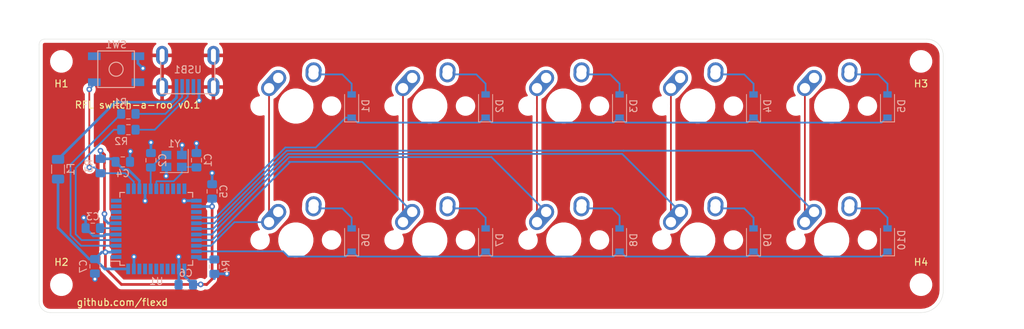
<source format=kicad_pcb>
(kicad_pcb (version 20171130) (host pcbnew 5.1.4-e60b266~84~ubuntu16.04.1)
  (layers (0 F.Cu signal) (31 B.Cu signal) (34 B.Paste user) (35 F.Paste user) (36 B.SilkS user) (37 F.SilkS user) (38 B.Mask user) (39 F.Mask user) (44 Edge.Cuts user))
  (net 0 "")
  (net 1 GND)
  (net 2 "Net-(C1-Pad1)")
  (net 3 "Net-(C2-Pad1)")
  (net 4 VCC)
  (net 5 "Net-(D1-Pad2)")
  (net 6 "Net-(D2-Pad2)")
  (net 7 "Net-(D3-Pad2)")
  (net 8 "Net-(D4-Pad2)")
  (net 9 "Net-(D5-Pad2)")
  (net 10 "Net-(D6-Pad2)")
  (net 11 "Net-(D7-Pad2)")
  (net 12 "Net-(D8-Pad2)")
  (net 13 "Net-(D9-Pad2)")
  (net 14 "Net-(D10-Pad2)")
  (net 15 "Net-(R1-Pad1)")
  (net 16 "Net-(R4-Pad2)")
  (net 17 +5V)
  (net 18 "Net-(C3-Pad1)")
  (net 19 row0)
  (net 20 row1)
  (net 21 col0)
  (net 22 col1)
  (net 23 col2)
  (net 24 col3)
  (net 25 col4)
  (net 26 D-)
  (net 27 D+)
  (net 28 "Net-(R2-Pad1)")
  (net 29 "Net-(R3-Pad2)")
  (net 30 "Net-(U1-Pad42)")
  (net 31 "Net-(U1-Pad41)")
  (net 32 "Net-(U1-Pad40)")
  (net 33 "Net-(U1-Pad39)")
  (net 34 "Net-(U1-Pad38)")
  (net 35 "Net-(U1-Pad37)")
  (net 36 "Net-(U1-Pad36)")
  (net 37 "Net-(U1-Pad25)")
  (net 38 "Net-(U1-Pad22)")
  (net 39 "Net-(U1-Pad21)")
  (net 40 "Net-(U1-Pad20)")
  (net 41 "Net-(U1-Pad19)")
  (net 42 "Net-(U1-Pad18)")
  (net 43 "Net-(U1-Pad12)")
  (net 44 "Net-(U1-Pad11)")
  (net 45 "Net-(U1-Pad10)")
  (net 46 "Net-(U1-Pad9)")
  (net 47 "Net-(U1-Pad8)")
  (net 48 "Net-(U1-Pad1)")
  (net 49 "Net-(USB1-Pad2)")
  (module MountingHole:MountingHole_2.2mm_M2 (layer F.Cu) (at 162.71875 80.16875)
    (fp_text reference H4 (at 0 -3.2) (layer F.SilkS))
    (fp_text value MountingHole)
    (pad 1 np_thru_hole circle (at 0 0) (size 2.2 2.2) (drill 2.2) (layers *.Cu *.Mask))
  )
  (module MountingHole:MountingHole_2.2mm_M2 (layer F.Cu) (at 162.71875 48.41875)
    (fp_text reference H3 (at 0 3.175) (layer F.SilkS))
    (fp_text value MountingHole)
    (pad 1 np_thru_hole circle (at 0 0) (size 2.2 2.2) (drill 2.2) (layers *.Cu *.Mask))
  )
  (module MountingHole:MountingHole_2.2mm_M2 (layer F.Cu) (at 40.48125 80.16875)
    (fp_text reference H2 (at 0 -3.2) (layer F.SilkS))
    (fp_text value MountingHole)
    (pad 1 np_thru_hole circle (at 0 0) (size 2.2 2.2) (drill 2.2) (layers *.Cu *.Mask))
  )
  (module MountingHole:MountingHole_2.2mm_M2 (layer F.Cu) (at 40.48125 48.41875)
    (fp_text reference H1 (at 0 3.175) (layer F.SilkS))
    (fp_text value MountingHole)
    (pad 1 np_thru_hole circle (at 0 0) (size 2.2 2.2) (drill 2.2) (layers *.Cu *.Mask))
  )
  (module Fuse:Fuse_1206_3216Metric (layer B.Cu) (at 40.005 63.751 90)
    (fp_text reference F1 (at 0 1.82 270) (layer B.SilkS) (effects (justify mirror)))
    (fp_text value 500mA)
    (pad 2 smd roundrect (at 1.4 0 90) (size 1.25 1.75) (layers B.Cu B.Paste B.Mask) (roundrect_rratio 0.2) (net 4 VCC))
    (pad 1 smd roundrect (at -1.4 0 90) (size 1.25 1.75) (layers B.Cu B.Paste B.Mask) (roundrect_rratio 0.2) (net 17 +5V))
  )
  (module Crystal:Crystal_SMD_3225-4Pin_3.2x2.5mm (layer B.Cu) (at 56.515 62.57925 180)
    (fp_text reference Y1 (at 0 2.45 180) (layer B.SilkS) (effects (justify mirror)))
    (fp_text value 16Mhz)
    (pad 4 smd rect (at -1.1 0.85 180) (size 1.4 1.2) (layers B.Cu B.Paste B.Mask) (net 1 GND))
    (pad 3 smd rect (at 1.1 0.85 180) (size 1.4 1.2) (layers B.Cu B.Paste B.Mask) (net 3 "Net-(C2-Pad1)"))
    (pad 2 smd rect (at 1.1 -0.85 180) (size 1.4 1.2) (layers B.Cu B.Paste B.Mask) (net 1 GND))
    (pad 1 smd rect (at -1.1 -0.85 180) (size 1.4 1.2) (layers B.Cu B.Paste B.Mask) (net 2 "Net-(C1-Pad1)"))
  )
  (module random-keyboard-parts:Molex-0548190589 (layer B.Cu) (at 58.45175 47.5615 270)
    (fp_text reference USB1 (at 2.032 0) (layer B.SilkS) (effects (justify mirror)))
    (fp_text value Molex-0548190589)
    (pad 6 thru_hole oval (at 0 3.65 270) (size 2.7 1.7) (drill oval 1.9 0.7) (layers *.Cu *.Mask) (net 1 GND))
    (pad 6 thru_hole oval (at 0 -3.65 270) (size 2.7 1.7) (drill oval 1.9 0.7) (layers *.Cu *.Mask) (net 1 GND))
    (pad 6 thru_hole oval (at 4.5 -3.65 270) (size 2.7 1.7) (drill oval 1.9 0.7) (layers *.Cu *.Mask) (net 1 GND))
    (pad 6 thru_hole oval (at 4.5 3.65 270) (size 2.7 1.7) (drill oval 1.9 0.7) (layers *.Cu *.Mask) (net 1 GND))
    (pad 5 smd rect (at 4.5 1.6 270) (size 2.25 0.5) (layers B.Cu B.Paste B.Mask) (net 4 VCC))
    (pad 4 smd rect (at 4.5 0.8 270) (size 2.25 0.5) (layers B.Cu B.Paste B.Mask) (net 26 D-))
    (pad 3 smd rect (at 4.5 0 270) (size 2.25 0.5) (layers B.Cu B.Paste B.Mask) (net 27 D+))
    (pad 2 smd rect (at 4.5 -0.8 270) (size 2.25 0.5) (layers B.Cu B.Paste B.Mask) (net 49 "Net-(USB1-Pad2)"))
    (pad 1 smd rect (at 4.5 -1.6 270) (size 2.25 0.5) (layers B.Cu B.Paste B.Mask) (net 1 GND))
  )
  (module random-keyboard-parts:SKQG-1155865 (layer B.Cu) (at 48.26 49.53)
    (fp_text reference SW1 (at 0 -3.4925 180) (layer B.SilkS) (effects (justify mirror)))
    (fp_text value SW_Push)
    (pad 4 smd rect (at -3.1 -1.85) (size 1.8 1.1) (layers B.Cu B.Paste B.Mask))
    (pad 3 smd rect (at 3.1 1.85) (size 1.8 1.1) (layers B.Cu B.Paste B.Mask))
    (pad 2 smd rect (at -3.1 1.85) (size 1.8 1.1) (layers B.Cu B.Paste B.Mask) (net 29 "Net-(R3-Pad2)"))
    (pad 1 smd rect (at 3.1 -1.85) (size 1.8 1.1) (layers B.Cu B.Paste B.Mask) (net 1 GND))
  )
  (module Resistor_SMD:R_0805_2012Metric_Pad1.15x1.40mm_HandSolder (layer B.Cu) (at 62.23 77.606 90)
    (fp_text reference R4 (at 0 1.65 270) (layer B.SilkS) (effects (justify mirror)))
    (fp_text value 10k)
    (pad 2 smd roundrect (at 1.025 0 90) (size 1.15 1.4) (layers B.Cu B.Paste B.Mask) (roundrect_rratio 0.217391) (net 16 "Net-(R4-Pad2)"))
    (pad 1 smd roundrect (at -1.025 0 90) (size 1.15 1.4) (layers B.Cu B.Paste B.Mask) (roundrect_rratio 0.217391) (net 1 GND))
  )
  (module Resistor_SMD:R_0805_2012Metric_Pad1.15x1.40mm_HandSolder (layer B.Cu) (at 46.0375 63.3005 270)
    (fp_text reference R3 (at 0 1.65 270) (layer B.SilkS) (effects (justify mirror)))
    (fp_text value 10k)
    (pad 2 smd roundrect (at 1.025 0 270) (size 1.15 1.4) (layers B.Cu B.Paste B.Mask) (roundrect_rratio 0.217391) (net 29 "Net-(R3-Pad2)"))
    (pad 1 smd roundrect (at -1.025 0 270) (size 1.15 1.4) (layers B.Cu B.Paste B.Mask) (roundrect_rratio 0.217391) (net 17 +5V))
  )
  (module Resistor_SMD:R_0805_2012Metric_Pad1.15x1.40mm_HandSolder (layer B.Cu) (at 50.007 58.13425)
    (fp_text reference R2 (at -1.016 1.65 180) (layer B.SilkS) (effects (justify mirror)))
    (fp_text value 22)
    (pad 2 smd roundrect (at 1.025 0) (size 1.15 1.4) (layers B.Cu B.Paste B.Mask) (roundrect_rratio 0.217391) (net 27 D+))
    (pad 1 smd roundrect (at -1.025 0) (size 1.15 1.4) (layers B.Cu B.Paste B.Mask) (roundrect_rratio 0.217391) (net 28 "Net-(R2-Pad1)"))
  )
  (module Resistor_SMD:R_0805_2012Metric_Pad1.15x1.40mm_HandSolder (layer B.Cu) (at 50.002 55.88)
    (fp_text reference R1 (at -1.152 -1.651 180) (layer B.SilkS) (effects (justify mirror)))
    (fp_text value 22)
    (pad 2 smd roundrect (at 1.025 0) (size 1.15 1.4) (layers B.Cu B.Paste B.Mask) (roundrect_rratio 0.217391) (net 26 D-))
    (pad 1 smd roundrect (at -1.025 0) (size 1.15 1.4) (layers B.Cu B.Paste B.Mask) (roundrect_rratio 0.217391) (net 15 "Net-(R1-Pad1)"))
  )
  (module MX_Alps_Hybrid:MX-1U-NoLED (layer F.Cu) (at 150.01875 73.81875)
    (fp_text reference K10)
    (fp_text value KEYSW)
    (pad "" np_thru_hole circle (at 5.08 0 48.0996) (size 1.75 1.75) (drill 1.75) (layers *.Cu *.Mask))
    (pad "" np_thru_hole circle (at -5.08 0 48.0996) (size 1.75 1.75) (drill 1.75) (layers *.Cu *.Mask))
    (pad 1 thru_hole circle (at -2.5 -4) (size 2.25 2.25) (drill 1.47) (layers *.Cu B.Mask) (net 25 col4))
    (pad "" np_thru_hole circle (at 0 0) (size 3.9878 3.9878) (drill 3.9878) (layers *.Cu *.Mask))
    (pad 1 thru_hole oval (at -3.81 -2.54 48.0996) (size 4.211556 2.25) (drill 1.47 (offset 0.980778 0)) (layers *.Cu B.Mask) (net 25 col4))
    (pad 2 thru_hole circle (at 2.54 -5.08) (size 2.25 2.25) (drill 1.47) (layers *.Cu B.Mask) (net 14 "Net-(D10-Pad2)"))
    (pad 2 thru_hole oval (at 2.5 -4.5 86.0548) (size 2.831378 2.25) (drill 1.47 (offset 0.290689 0)) (layers *.Cu B.Mask) (net 14 "Net-(D10-Pad2)"))
  )
  (module MX_Alps_Hybrid:MX-1U-NoLED (layer F.Cu) (at 130.96875 73.81875)
    (fp_text reference K9)
    (fp_text value KEYSW)
    (pad "" np_thru_hole circle (at 5.08 0 48.0996) (size 1.75 1.75) (drill 1.75) (layers *.Cu *.Mask))
    (pad "" np_thru_hole circle (at -5.08 0 48.0996) (size 1.75 1.75) (drill 1.75) (layers *.Cu *.Mask))
    (pad 1 thru_hole circle (at -2.5 -4) (size 2.25 2.25) (drill 1.47) (layers *.Cu B.Mask) (net 24 col3))
    (pad "" np_thru_hole circle (at 0 0) (size 3.9878 3.9878) (drill 3.9878) (layers *.Cu *.Mask))
    (pad 1 thru_hole oval (at -3.81 -2.54 48.0996) (size 4.211556 2.25) (drill 1.47 (offset 0.980778 0)) (layers *.Cu B.Mask) (net 24 col3))
    (pad 2 thru_hole circle (at 2.54 -5.08) (size 2.25 2.25) (drill 1.47) (layers *.Cu B.Mask) (net 13 "Net-(D9-Pad2)"))
    (pad 2 thru_hole oval (at 2.5 -4.5 86.0548) (size 2.831378 2.25) (drill 1.47 (offset 0.290689 0)) (layers *.Cu B.Mask) (net 13 "Net-(D9-Pad2)"))
  )
  (module MX_Alps_Hybrid:MX-1U-NoLED (layer F.Cu) (at 111.91875 73.81875)
    (fp_text reference K8)
    (fp_text value KEYSW)
    (pad "" np_thru_hole circle (at 5.08 0 48.0996) (size 1.75 1.75) (drill 1.75) (layers *.Cu *.Mask))
    (pad "" np_thru_hole circle (at -5.08 0 48.0996) (size 1.75 1.75) (drill 1.75) (layers *.Cu *.Mask))
    (pad 1 thru_hole circle (at -2.5 -4) (size 2.25 2.25) (drill 1.47) (layers *.Cu B.Mask) (net 23 col2))
    (pad "" np_thru_hole circle (at 0 0) (size 3.9878 3.9878) (drill 3.9878) (layers *.Cu *.Mask))
    (pad 1 thru_hole oval (at -3.81 -2.54 48.0996) (size 4.211556 2.25) (drill 1.47 (offset 0.980778 0)) (layers *.Cu B.Mask) (net 23 col2))
    (pad 2 thru_hole circle (at 2.54 -5.08) (size 2.25 2.25) (drill 1.47) (layers *.Cu B.Mask) (net 12 "Net-(D8-Pad2)"))
    (pad 2 thru_hole oval (at 2.5 -4.5 86.0548) (size 2.831378 2.25) (drill 1.47 (offset 0.290689 0)) (layers *.Cu B.Mask) (net 12 "Net-(D8-Pad2)"))
  )
  (module MX_Alps_Hybrid:MX-1U-NoLED (layer F.Cu) (at 92.86875 73.81875)
    (fp_text reference K7)
    (fp_text value KEYSW)
    (pad "" np_thru_hole circle (at 5.08 0 48.0996) (size 1.75 1.75) (drill 1.75) (layers *.Cu *.Mask))
    (pad "" np_thru_hole circle (at -5.08 0 48.0996) (size 1.75 1.75) (drill 1.75) (layers *.Cu *.Mask))
    (pad 1 thru_hole circle (at -2.5 -4) (size 2.25 2.25) (drill 1.47) (layers *.Cu B.Mask) (net 22 col1))
    (pad "" np_thru_hole circle (at 0 0) (size 3.9878 3.9878) (drill 3.9878) (layers *.Cu *.Mask))
    (pad 1 thru_hole oval (at -3.81 -2.54 48.0996) (size 4.211556 2.25) (drill 1.47 (offset 0.980778 0)) (layers *.Cu B.Mask) (net 22 col1))
    (pad 2 thru_hole circle (at 2.54 -5.08) (size 2.25 2.25) (drill 1.47) (layers *.Cu B.Mask) (net 11 "Net-(D7-Pad2)"))
    (pad 2 thru_hole oval (at 2.5 -4.5 86.0548) (size 2.831378 2.25) (drill 1.47 (offset 0.290689 0)) (layers *.Cu B.Mask) (net 11 "Net-(D7-Pad2)"))
  )
  (module MX_Alps_Hybrid:MX-1U-NoLED (layer F.Cu) (at 73.81875 73.81875)
    (fp_text reference K6)
    (fp_text value KEYSW)
    (pad "" np_thru_hole circle (at 5.08 0 48.0996) (size 1.75 1.75) (drill 1.75) (layers *.Cu *.Mask))
    (pad "" np_thru_hole circle (at -5.08 0 48.0996) (size 1.75 1.75) (drill 1.75) (layers *.Cu *.Mask))
    (pad 1 thru_hole circle (at -2.5 -4) (size 2.25 2.25) (drill 1.47) (layers *.Cu B.Mask) (net 21 col0))
    (pad "" np_thru_hole circle (at 0 0) (size 3.9878 3.9878) (drill 3.9878) (layers *.Cu *.Mask))
    (pad 1 thru_hole oval (at -3.81 -2.54 48.0996) (size 4.211556 2.25) (drill 1.47 (offset 0.980778 0)) (layers *.Cu B.Mask) (net 21 col0))
    (pad 2 thru_hole circle (at 2.54 -5.08) (size 2.25 2.25) (drill 1.47) (layers *.Cu B.Mask) (net 10 "Net-(D6-Pad2)"))
    (pad 2 thru_hole oval (at 2.5 -4.5 86.0548) (size 2.831378 2.25) (drill 1.47 (offset 0.290689 0)) (layers *.Cu B.Mask) (net 10 "Net-(D6-Pad2)"))
  )
  (module MX_Alps_Hybrid:MX-1U-NoLED (layer F.Cu) (at 150.01875 54.76875)
    (fp_text reference K5)
    (fp_text value KEYSW)
    (pad "" np_thru_hole circle (at 5.08 0 48.0996) (size 1.75 1.75) (drill 1.75) (layers *.Cu *.Mask))
    (pad "" np_thru_hole circle (at -5.08 0 48.0996) (size 1.75 1.75) (drill 1.75) (layers *.Cu *.Mask))
    (pad 1 thru_hole circle (at -2.5 -4) (size 2.25 2.25) (drill 1.47) (layers *.Cu B.Mask) (net 25 col4))
    (pad "" np_thru_hole circle (at 0 0) (size 3.9878 3.9878) (drill 3.9878) (layers *.Cu *.Mask))
    (pad 1 thru_hole oval (at -3.81 -2.54 48.0996) (size 4.211556 2.25) (drill 1.47 (offset 0.980778 0)) (layers *.Cu B.Mask) (net 25 col4))
    (pad 2 thru_hole circle (at 2.54 -5.08) (size 2.25 2.25) (drill 1.47) (layers *.Cu B.Mask) (net 9 "Net-(D5-Pad2)"))
    (pad 2 thru_hole oval (at 2.5 -4.5 86.0548) (size 2.831378 2.25) (drill 1.47 (offset 0.290689 0)) (layers *.Cu B.Mask) (net 9 "Net-(D5-Pad2)"))
  )
  (module MX_Alps_Hybrid:MX-1U-NoLED (layer F.Cu) (at 130.96875 54.76875)
    (fp_text reference K4)
    (fp_text value KEYSW)
    (pad "" np_thru_hole circle (at 5.08 0 48.0996) (size 1.75 1.75) (drill 1.75) (layers *.Cu *.Mask))
    (pad "" np_thru_hole circle (at -5.08 0 48.0996) (size 1.75 1.75) (drill 1.75) (layers *.Cu *.Mask))
    (pad 1 thru_hole circle (at -2.5 -4) (size 2.25 2.25) (drill 1.47) (layers *.Cu B.Mask) (net 24 col3))
    (pad "" np_thru_hole circle (at 0 0) (size 3.9878 3.9878) (drill 3.9878) (layers *.Cu *.Mask))
    (pad 1 thru_hole oval (at -3.81 -2.54 48.0996) (size 4.211556 2.25) (drill 1.47 (offset 0.980778 0)) (layers *.Cu B.Mask) (net 24 col3))
    (pad 2 thru_hole circle (at 2.54 -5.08) (size 2.25 2.25) (drill 1.47) (layers *.Cu B.Mask) (net 8 "Net-(D4-Pad2)"))
    (pad 2 thru_hole oval (at 2.5 -4.5 86.0548) (size 2.831378 2.25) (drill 1.47 (offset 0.290689 0)) (layers *.Cu B.Mask) (net 8 "Net-(D4-Pad2)"))
  )
  (module MX_Alps_Hybrid:MX-1U-NoLED (layer F.Cu) (at 111.91875 54.76875)
    (fp_text reference K3)
    (fp_text value KEYSW)
    (pad "" np_thru_hole circle (at 5.08 0 48.0996) (size 1.75 1.75) (drill 1.75) (layers *.Cu *.Mask))
    (pad "" np_thru_hole circle (at -5.08 0 48.0996) (size 1.75 1.75) (drill 1.75) (layers *.Cu *.Mask))
    (pad 1 thru_hole circle (at -2.5 -4) (size 2.25 2.25) (drill 1.47) (layers *.Cu B.Mask) (net 23 col2))
    (pad "" np_thru_hole circle (at 0 0) (size 3.9878 3.9878) (drill 3.9878) (layers *.Cu *.Mask))
    (pad 1 thru_hole oval (at -3.81 -2.54 48.0996) (size 4.211556 2.25) (drill 1.47 (offset 0.980778 0)) (layers *.Cu B.Mask) (net 23 col2))
    (pad 2 thru_hole circle (at 2.54 -5.08) (size 2.25 2.25) (drill 1.47) (layers *.Cu B.Mask) (net 7 "Net-(D3-Pad2)"))
    (pad 2 thru_hole oval (at 2.5 -4.5 86.0548) (size 2.831378 2.25) (drill 1.47 (offset 0.290689 0)) (layers *.Cu B.Mask) (net 7 "Net-(D3-Pad2)"))
  )
  (module MX_Alps_Hybrid:MX-1U-NoLED (layer F.Cu) (at 92.86875 54.76875)
    (fp_text reference K2)
    (fp_text value KEYSW)
    (pad "" np_thru_hole circle (at 5.08 0 48.0996) (size 1.75 1.75) (drill 1.75) (layers *.Cu *.Mask))
    (pad "" np_thru_hole circle (at -5.08 0 48.0996) (size 1.75 1.75) (drill 1.75) (layers *.Cu *.Mask))
    (pad 1 thru_hole circle (at -2.5 -4) (size 2.25 2.25) (drill 1.47) (layers *.Cu B.Mask) (net 22 col1))
    (pad "" np_thru_hole circle (at 0 0) (size 3.9878 3.9878) (drill 3.9878) (layers *.Cu *.Mask))
    (pad 1 thru_hole oval (at -3.81 -2.54 48.0996) (size 4.211556 2.25) (drill 1.47 (offset 0.980778 0)) (layers *.Cu B.Mask) (net 22 col1))
    (pad 2 thru_hole circle (at 2.54 -5.08) (size 2.25 2.25) (drill 1.47) (layers *.Cu B.Mask) (net 6 "Net-(D2-Pad2)"))
    (pad 2 thru_hole oval (at 2.5 -4.5 86.0548) (size 2.831378 2.25) (drill 1.47 (offset 0.290689 0)) (layers *.Cu B.Mask) (net 6 "Net-(D2-Pad2)"))
  )
  (module MX_Alps_Hybrid:MX-1U-NoLED (layer F.Cu) (at 73.81875 54.76875)
    (fp_text reference K1)
    (fp_text value KEYSW)
    (pad "" np_thru_hole circle (at 5.08 0 48.0996) (size 1.75 1.75) (drill 1.75) (layers *.Cu *.Mask))
    (pad "" np_thru_hole circle (at -5.08 0 48.0996) (size 1.75 1.75) (drill 1.75) (layers *.Cu *.Mask))
    (pad 1 thru_hole circle (at -2.5 -4) (size 2.25 2.25) (drill 1.47) (layers *.Cu B.Mask) (net 21 col0))
    (pad "" np_thru_hole circle (at 0 0) (size 3.9878 3.9878) (drill 3.9878) (layers *.Cu *.Mask))
    (pad 1 thru_hole oval (at -3.81 -2.54 48.0996) (size 4.211556 2.25) (drill 1.47 (offset 0.980778 0)) (layers *.Cu B.Mask) (net 21 col0))
    (pad 2 thru_hole circle (at 2.54 -5.08) (size 2.25 2.25) (drill 1.47) (layers *.Cu B.Mask) (net 5 "Net-(D1-Pad2)"))
    (pad 2 thru_hole oval (at 2.5 -4.5 86.0548) (size 2.831378 2.25) (drill 1.47 (offset 0.290689 0)) (layers *.Cu B.Mask) (net 5 "Net-(D1-Pad2)"))
  )
  (module Diode_SMD:D_SOD-123 (layer B.Cu) (at 157.95625 73.81875 90)
    (fp_text reference D10 (at 0 2 90) (layer B.SilkS) (effects (justify mirror)))
    (fp_text value D)
    (pad 2 smd rect (at 1.65 0 90) (size 0.9 1.2) (layers B.Cu B.Paste B.Mask) (net 14 "Net-(D10-Pad2)"))
    (pad 1 smd rect (at -1.65 0 90) (size 0.9 1.2) (layers B.Cu B.Paste B.Mask) (net 20 row1))
  )
  (module Diode_SMD:D_SOD-123 (layer B.Cu) (at 138.90625 73.81875 90)
    (fp_text reference D9 (at 0 2 90) (layer B.SilkS) (effects (justify mirror)))
    (fp_text value D)
    (pad 2 smd rect (at 1.65 0 90) (size 0.9 1.2) (layers B.Cu B.Paste B.Mask) (net 13 "Net-(D9-Pad2)"))
    (pad 1 smd rect (at -1.65 0 90) (size 0.9 1.2) (layers B.Cu B.Paste B.Mask) (net 20 row1))
  )
  (module Diode_SMD:D_SOD-123 (layer B.Cu) (at 119.85625 73.81875 90)
    (fp_text reference D8 (at 0 2 90) (layer B.SilkS) (effects (justify mirror)))
    (fp_text value D)
    (pad 2 smd rect (at 1.65 0 90) (size 0.9 1.2) (layers B.Cu B.Paste B.Mask) (net 12 "Net-(D8-Pad2)"))
    (pad 1 smd rect (at -1.65 0 90) (size 0.9 1.2) (layers B.Cu B.Paste B.Mask) (net 20 row1))
  )
  (module Diode_SMD:D_SOD-123 (layer B.Cu) (at 100.80625 73.81875 90)
    (fp_text reference D7 (at 0 2 90) (layer B.SilkS) (effects (justify mirror)))
    (fp_text value D)
    (pad 2 smd rect (at 1.65 0 90) (size 0.9 1.2) (layers B.Cu B.Paste B.Mask) (net 11 "Net-(D7-Pad2)"))
    (pad 1 smd rect (at -1.65 0 90) (size 0.9 1.2) (layers B.Cu B.Paste B.Mask) (net 20 row1))
  )
  (module Diode_SMD:D_SOD-123 (layer B.Cu) (at 81.75625 73.81875 90)
    (fp_text reference D6 (at 0 2 90) (layer B.SilkS) (effects (justify mirror)))
    (fp_text value D)
    (pad 2 smd rect (at 1.65 0 90) (size 0.9 1.2) (layers B.Cu B.Paste B.Mask) (net 10 "Net-(D6-Pad2)"))
    (pad 1 smd rect (at -1.65 0 90) (size 0.9 1.2) (layers B.Cu B.Paste B.Mask) (net 20 row1))
  )
  (module Diode_SMD:D_SOD-123 (layer B.Cu) (at 157.95625 54.76875 90)
    (fp_text reference D5 (at 0 2 90) (layer B.SilkS) (effects (justify mirror)))
    (fp_text value D)
    (pad 2 smd rect (at 1.65 0 90) (size 0.9 1.2) (layers B.Cu B.Paste B.Mask) (net 9 "Net-(D5-Pad2)"))
    (pad 1 smd rect (at -1.65 0 90) (size 0.9 1.2) (layers B.Cu B.Paste B.Mask) (net 19 row0))
  )
  (module Diode_SMD:D_SOD-123 (layer B.Cu) (at 138.90625 54.76875 90)
    (fp_text reference D4 (at 0 2 90) (layer B.SilkS) (effects (justify mirror)))
    (fp_text value D)
    (pad 2 smd rect (at 1.65 0 90) (size 0.9 1.2) (layers B.Cu B.Paste B.Mask) (net 8 "Net-(D4-Pad2)"))
    (pad 1 smd rect (at -1.65 0 90) (size 0.9 1.2) (layers B.Cu B.Paste B.Mask) (net 19 row0))
  )
  (module Diode_SMD:D_SOD-123 (layer B.Cu) (at 119.85625 54.76875 90)
    (fp_text reference D3 (at 0 2 90) (layer B.SilkS) (effects (justify mirror)))
    (fp_text value D)
    (pad 2 smd rect (at 1.65 0 90) (size 0.9 1.2) (layers B.Cu B.Paste B.Mask) (net 7 "Net-(D3-Pad2)"))
    (pad 1 smd rect (at -1.65 0 90) (size 0.9 1.2) (layers B.Cu B.Paste B.Mask) (net 19 row0))
  )
  (module Diode_SMD:D_SOD-123 (layer B.Cu) (at 100.80625 54.76875 90)
    (fp_text reference D2 (at 0 2 90) (layer B.SilkS) (effects (justify mirror)))
    (fp_text value D)
    (pad 2 smd rect (at 1.65 0 90) (size 0.9 1.2) (layers B.Cu B.Paste B.Mask) (net 6 "Net-(D2-Pad2)"))
    (pad 1 smd rect (at -1.65 0 90) (size 0.9 1.2) (layers B.Cu B.Paste B.Mask) (net 19 row0))
  )
  (module Diode_SMD:D_SOD-123 (layer B.Cu) (at 81.75625 54.76875 90)
    (fp_text reference D1 (at 0 2 90) (layer B.SilkS) (effects (justify mirror)))
    (fp_text value D)
    (pad 2 smd rect (at 1.65 0 90) (size 0.9 1.2) (layers B.Cu B.Paste B.Mask) (net 5 "Net-(D1-Pad2)"))
    (pad 1 smd rect (at -1.65 0 90) (size 0.9 1.2) (layers B.Cu B.Paste B.Mask) (net 19 row0))
  )
  (module Capacitor_SMD:C_0805_2012Metric_Pad1.15x1.40mm_HandSolder (layer B.Cu) (at 45.24375 77.55625 270)
    (fp_text reference C7 (at 0 1.65 90) (layer B.SilkS) (effects (justify mirror)))
    (fp_text value 10uF)
    (pad 2 smd roundrect (at 1.025 0 270) (size 1.15 1.4) (layers B.Cu B.Paste B.Mask) (roundrect_rratio 0.217391) (net 1 GND))
    (pad 1 smd roundrect (at -1.025 0 270) (size 1.15 1.4) (layers B.Cu B.Paste B.Mask) (roundrect_rratio 0.217391) (net 17 +5V))
  )
  (module Capacitor_SMD:C_0805_2012Metric_Pad1.15x1.40mm_HandSolder (layer B.Cu) (at 58.175 80.16875 180)
    (fp_text reference C6 (at 0 1.65) (layer B.SilkS) (effects (justify mirror)))
    (fp_text value 0.1uF)
    (pad 2 smd roundrect (at 1.025 0 180) (size 1.15 1.4) (layers B.Cu B.Paste B.Mask) (roundrect_rratio 0.217391) (net 1 GND))
    (pad 1 smd roundrect (at -1.025 0 180) (size 1.15 1.4) (layers B.Cu B.Paste B.Mask) (roundrect_rratio 0.217391) (net 17 +5V))
  )
  (module Capacitor_SMD:C_0805_2012Metric_Pad1.15x1.40mm_HandSolder (layer B.Cu) (at 61.9125 66.90625 90)
    (fp_text reference C5 (at 0 1.65 270) (layer B.SilkS) (effects (justify mirror)))
    (fp_text value 0.1uF)
    (pad 2 smd roundrect (at 1.025 0 90) (size 1.15 1.4) (layers B.Cu B.Paste B.Mask) (roundrect_rratio 0.217391) (net 1 GND))
    (pad 1 smd roundrect (at -1.025 0 90) (size 1.15 1.4) (layers B.Cu B.Paste B.Mask) (roundrect_rratio 0.217391) (net 17 +5V))
  )
  (module Capacitor_SMD:C_0805_2012Metric_Pad1.15x1.40mm_HandSolder (layer B.Cu) (at 49.2125 62.70625)
    (fp_text reference C4 (at 0 1.65 180) (layer B.SilkS) (effects (justify mirror)))
    (fp_text value 0.1uF)
    (pad 2 smd roundrect (at 1.025 0) (size 1.15 1.4) (layers B.Cu B.Paste B.Mask) (roundrect_rratio 0.217391) (net 1 GND))
    (pad 1 smd roundrect (at -1.025 0) (size 1.15 1.4) (layers B.Cu B.Paste B.Mask) (roundrect_rratio 0.217391) (net 17 +5V))
  )
  (module Capacitor_SMD:C_0805_2012Metric_Pad1.15x1.40mm_HandSolder (layer B.Cu) (at 44.949 72.136 180)
    (fp_text reference C3 (at 0 1.65) (layer B.SilkS) (effects (justify mirror)))
    (fp_text value 1uF)
    (pad 2 smd roundrect (at 1.025 0 180) (size 1.15 1.4) (layers B.Cu B.Paste B.Mask) (roundrect_rratio 0.217391) (net 1 GND))
    (pad 1 smd roundrect (at -1.025 0 180) (size 1.15 1.4) (layers B.Cu B.Paste B.Mask) (roundrect_rratio 0.217391) (net 18 "Net-(C3-Pad1)"))
  )
  (module Capacitor_SMD:C_0805_2012Metric_Pad1.15x1.40mm_HandSolder (layer B.Cu) (at 53.213 62.475 90)
    (fp_text reference C2 (at 0 1.65 270) (layer B.SilkS) (effects (justify mirror)))
    (fp_text value 22uF)
    (pad 2 smd roundrect (at 1.025 0 90) (size 1.15 1.4) (layers B.Cu B.Paste B.Mask) (roundrect_rratio 0.217391) (net 1 GND))
    (pad 1 smd roundrect (at -1.025 0 90) (size 1.15 1.4) (layers B.Cu B.Paste B.Mask) (roundrect_rratio 0.217391) (net 3 "Net-(C2-Pad1)"))
  )
  (module Capacitor_SMD:C_0805_2012Metric_Pad1.15x1.40mm_HandSolder (layer B.Cu) (at 59.69 62.475 90)
    (fp_text reference C1 (at 0 1.65 270) (layer B.SilkS) (effects (justify mirror)))
    (fp_text value 22uF)
    (pad 2 smd roundrect (at 1.025 0 90) (size 1.15 1.4) (layers B.Cu B.Paste B.Mask) (roundrect_rratio 0.217391) (net 1 GND))
    (pad 1 smd roundrect (at -1.025 0 90) (size 1.15 1.4) (layers B.Cu B.Paste B.Mask) (roundrect_rratio 0.217391) (net 2 "Net-(C1-Pad1)"))
  )
  (module Package_QFP:TQFP-44_10x10mm_P0.8mm (layer B.Cu) (at 53.975 72.23125)
    (fp_text reference U1 (at 0 7.45) (layer B.SilkS) (effects (justify mirror)))
    (fp_text value ATMEGA32U4)
    (pad 44 smd rect (at -4 5.7 270) (size 1.5 0.55) (layers B.Cu B.Paste B.Mask) (net 17 +5V))
    (pad 43 smd rect (at -3.2 5.7 270) (size 1.5 0.55) (layers B.Cu B.Paste B.Mask) (net 1 GND))
    (pad 42 smd rect (at -2.4 5.7 270) (size 1.5 0.55) (layers B.Cu B.Paste B.Mask) (net 30 "Net-(U1-Pad42)"))
    (pad 41 smd rect (at -1.6 5.7 270) (size 1.5 0.55) (layers B.Cu B.Paste B.Mask) (net 31 "Net-(U1-Pad41)"))
    (pad 40 smd rect (at -0.8 5.7 270) (size 1.5 0.55) (layers B.Cu B.Paste B.Mask) (net 32 "Net-(U1-Pad40)"))
    (pad 39 smd rect (at 0 5.7 270) (size 1.5 0.55) (layers B.Cu B.Paste B.Mask) (net 33 "Net-(U1-Pad39)"))
    (pad 38 smd rect (at 0.8 5.7 270) (size 1.5 0.55) (layers B.Cu B.Paste B.Mask) (net 34 "Net-(U1-Pad38)"))
    (pad 37 smd rect (at 1.6 5.7 270) (size 1.5 0.55) (layers B.Cu B.Paste B.Mask) (net 35 "Net-(U1-Pad37)"))
    (pad 36 smd rect (at 2.4 5.7 270) (size 1.5 0.55) (layers B.Cu B.Paste B.Mask) (net 36 "Net-(U1-Pad36)"))
    (pad 35 smd rect (at 3.2 5.7 270) (size 1.5 0.55) (layers B.Cu B.Paste B.Mask) (net 1 GND))
    (pad 34 smd rect (at 4 5.7 270) (size 1.5 0.55) (layers B.Cu B.Paste B.Mask) (net 17 +5V))
    (pad 33 smd rect (at 5.7 4) (size 1.5 0.55) (layers B.Cu B.Paste B.Mask) (net 16 "Net-(R4-Pad2)"))
    (pad 32 smd rect (at 5.7 3.2) (size 1.5 0.55) (layers B.Cu B.Paste B.Mask) (net 20 row1))
    (pad 31 smd rect (at 5.7 2.4) (size 1.5 0.55) (layers B.Cu B.Paste B.Mask) (net 21 col0))
    (pad 30 smd rect (at 5.7 1.6) (size 1.5 0.55) (layers B.Cu B.Paste B.Mask) (net 22 col1))
    (pad 29 smd rect (at 5.7 0.8) (size 1.5 0.55) (layers B.Cu B.Paste B.Mask) (net 23 col2))
    (pad 28 smd rect (at 5.7 0) (size 1.5 0.55) (layers B.Cu B.Paste B.Mask) (net 24 col3))
    (pad 27 smd rect (at 5.7 -0.8) (size 1.5 0.55) (layers B.Cu B.Paste B.Mask) (net 25 col4))
    (pad 26 smd rect (at 5.7 -1.6) (size 1.5 0.55) (layers B.Cu B.Paste B.Mask) (net 19 row0))
    (pad 25 smd rect (at 5.7 -2.4) (size 1.5 0.55) (layers B.Cu B.Paste B.Mask) (net 37 "Net-(U1-Pad25)"))
    (pad 24 smd rect (at 5.7 -3.2) (size 1.5 0.55) (layers B.Cu B.Paste B.Mask) (net 17 +5V))
    (pad 23 smd rect (at 5.7 -4) (size 1.5 0.55) (layers B.Cu B.Paste B.Mask) (net 1 GND))
    (pad 22 smd rect (at 4 -5.7 270) (size 1.5 0.55) (layers B.Cu B.Paste B.Mask) (net 38 "Net-(U1-Pad22)"))
    (pad 21 smd rect (at 3.2 -5.7 270) (size 1.5 0.55) (layers B.Cu B.Paste B.Mask) (net 39 "Net-(U1-Pad21)"))
    (pad 20 smd rect (at 2.4 -5.7 270) (size 1.5 0.55) (layers B.Cu B.Paste B.Mask) (net 40 "Net-(U1-Pad20)"))
    (pad 19 smd rect (at 1.6 -5.7 270) (size 1.5 0.55) (layers B.Cu B.Paste B.Mask) (net 41 "Net-(U1-Pad19)"))
    (pad 18 smd rect (at 0.8 -5.7 270) (size 1.5 0.55) (layers B.Cu B.Paste B.Mask) (net 42 "Net-(U1-Pad18)"))
    (pad 17 smd rect (at 0 -5.7 270) (size 1.5 0.55) (layers B.Cu B.Paste B.Mask) (net 2 "Net-(C1-Pad1)"))
    (pad 16 smd rect (at -0.8 -5.7 270) (size 1.5 0.55) (layers B.Cu B.Paste B.Mask) (net 3 "Net-(C2-Pad1)"))
    (pad 15 smd rect (at -1.6 -5.7 270) (size 1.5 0.55) (layers B.Cu B.Paste B.Mask) (net 1 GND))
    (pad 14 smd rect (at -2.4 -5.7 270) (size 1.5 0.55) (layers B.Cu B.Paste B.Mask) (net 17 +5V))
    (pad 13 smd rect (at -3.2 -5.7 270) (size 1.5 0.55) (layers B.Cu B.Paste B.Mask) (net 29 "Net-(R3-Pad2)"))
    (pad 12 smd rect (at -4 -5.7 270) (size 1.5 0.55) (layers B.Cu B.Paste B.Mask) (net 43 "Net-(U1-Pad12)"))
    (pad 11 smd rect (at -5.7 -4) (size 1.5 0.55) (layers B.Cu B.Paste B.Mask) (net 44 "Net-(U1-Pad11)"))
    (pad 10 smd rect (at -5.7 -3.2) (size 1.5 0.55) (layers B.Cu B.Paste B.Mask) (net 45 "Net-(U1-Pad10)"))
    (pad 9 smd rect (at -5.7 -2.4) (size 1.5 0.55) (layers B.Cu B.Paste B.Mask) (net 46 "Net-(U1-Pad9)"))
    (pad 8 smd rect (at -5.7 -1.6) (size 1.5 0.55) (layers B.Cu B.Paste B.Mask) (net 47 "Net-(U1-Pad8)"))
    (pad 7 smd rect (at -5.7 -0.8) (size 1.5 0.55) (layers B.Cu B.Paste B.Mask) (net 17 +5V))
    (pad 6 smd rect (at -5.7 0) (size 1.5 0.55) (layers B.Cu B.Paste B.Mask) (net 18 "Net-(C3-Pad1)"))
    (pad 5 smd rect (at -5.7 0.8) (size 1.5 0.55) (layers B.Cu B.Paste B.Mask) (net 1 GND))
    (pad 4 smd rect (at -5.7 1.6) (size 1.5 0.55) (layers B.Cu B.Paste B.Mask) (net 28 "Net-(R2-Pad1)"))
    (pad 3 smd rect (at -5.7 2.4) (size 1.5 0.55) (layers B.Cu B.Paste B.Mask) (net 15 "Net-(R1-Pad1)"))
    (pad 2 smd rect (at -5.7 3.2) (size 1.5 0.55) (layers B.Cu B.Paste B.Mask) (net 17 +5V))
    (pad 1 smd rect (at -5.7 4) (size 1.5 0.55) (layers B.Cu B.Paste B.Mask) (net 48 "Net-(U1-Pad1)"))
  )
  (gr_text github.com/flexd (at 49.149 82.677) (layer F.SilkS) (effects (font (size 1 1))))
  (gr_text "RFL switch-a-roo v0.1" (at 51.308 54.61) (layer F.SilkS) (effects (font (size 1 1))))
  (gr_arc (start 38.89375 82.55) (end 37.30625 82.55) (angle -90) (layer Edge.Cuts) (width 0.05))
  (gr_arc (start 162.71875 80.9625) (end 162.71875 84.1375) (angle -90) (layer Edge.Cuts) (width 0.05))
  (gr_arc (start 163.5125 47.625) (end 165.89375 47.625) (angle -90) (layer Edge.Cuts) (width 0.05))
  (gr_arc (start 38.1 46.0375) (end 38.1 45.24375) (angle -90) (layer Edge.Cuts) (width 0.05))
  (gr_line (start 38.1 45.24375) (end 163.5125 45.24375) (layer Edge.Cuts) (width 0.05))
  (gr_line (start 37.30625 82.55) (end 37.30625 46.0375) (layer Edge.Cuts) (width 0.05))
  (gr_line (start 162.71875 84.1375) (end 38.89375 84.1375) (layer Edge.Cuts) (width 0.05))
  (gr_line (start 165.89375 47.625) (end 165.89375 80.9625) (layer Edge.Cuts) (width 0.05))
  (segment (start 57.515 61.72925) (end 57.615 61.72925) (width 0.381) (layer B.Cu) (net 1))
  (segment (start 55.717902 63.42925) (end 55.415 63.42925) (width 0.381) (layer B.Cu) (net 1))
  (segment (start 57.615 61.72925) (end 57.417902 61.72925) (width 0.381) (layer B.Cu) (net 1))
  (segment (start 59.675 68.23125) (end 59.675 68.11875) (width 0.381) (layer B.Cu) (net 1))
  (via (at 45.24375 79.375) (size 0.8) (drill 0.4) (layers F.Cu B.Cu) (net 1))
  (segment (start 45.24375 78.58125) (end 45.24375 79.375) (width 0.381) (layer B.Cu) (net 1))
  (via (at 43.65625 70.64375) (size 0.8) (drill 0.4) (layers F.Cu B.Cu) (net 1))
  (segment (start 43.924 70.9115) (end 43.65625 70.64375) (width 0.381) (layer B.Cu) (net 1))
  (segment (start 43.924 72.136) (end 43.924 70.9115) (width 0.381) (layer B.Cu) (net 1))
  (segment (start 57.89425 61.45) (end 57.615 61.72925) (width 0.381) (layer B.Cu) (net 1))
  (segment (start 62.23 78.631) (end 62.23 79.306) (width 0.381) (layer B.Cu) (net 1))
  (segment (start 44.547372 72.759372) (end 43.924 72.136) (width 0.381) (layer B.Cu) (net 1))
  (segment (start 45.01451 73.22651) (end 44.547372 72.759372) (width 0.381) (layer B.Cu) (net 1))
  (segment (start 46.56431 73.22651) (end 45.01451 73.22651) (width 0.381) (layer B.Cu) (net 1))
  (segment (start 46.75957 73.03125) (end 46.56431 73.22651) (width 0.381) (layer B.Cu) (net 1))
  (segment (start 48.275 73.03125) (end 46.75957 73.03125) (width 0.381) (layer B.Cu) (net 1))
  (segment (start 52.375 68.25) (end 52.3875 68.2625) (width 0.381) (layer B.Cu) (net 1))
  (via (at 52.3875 68.2625) (size 0.8) (drill 0.4) (layers F.Cu B.Cu) (net 1))
  (segment (start 52.375 66.53125) (end 52.375 68.25) (width 0.381) (layer B.Cu) (net 1))
  (segment (start 57.312098 61.72925) (end 57.615 61.72925) (width 0.381) (layer B.Cu) (net 1))
  (segment (start 55.415 63.42925) (end 55.612098 63.42925) (width 0.381) (layer B.Cu) (net 1))
  (segment (start 51.36 47.68) (end 51.36 48.185) (width 0.381) (layer B.Cu) (net 1))
  (segment (start 57.175 80.14375) (end 57.15 80.16875) (width 0.381) (layer B.Cu) (net 1))
  (segment (start 57.175 77.93125) (end 57.175 80.14375) (width 0.381) (layer B.Cu) (net 1))
  (via (at 50.8 76.2) (size 0.8) (drill 0.4) (layers F.Cu B.Cu) (net 1))
  (via (at 57.94375 68.2625) (size 0.8) (drill 0.4) (layers F.Cu B.Cu) (net 1))
  (segment (start 57.975 68.23125) (end 57.94375 68.2625) (width 0.381) (layer B.Cu) (net 1))
  (segment (start 59.675 68.23125) (end 57.975 68.23125) (width 0.381) (layer B.Cu) (net 1))
  (via (at 61.9125 64.29375) (size 0.8) (drill 0.4) (layers F.Cu B.Cu) (net 1))
  (segment (start 61.9125 65.88125) (end 61.9125 64.29375) (width 0.381) (layer B.Cu) (net 1))
  (via (at 60.071 53.975) (size 0.8) (drill 0.4) (layers F.Cu B.Cu) (net 1))
  (segment (start 54.23025 48.133) (end 54.80175 47.5615) (width 0.381) (layer B.Cu) (net 1))
  (via (at 53.213 59.944) (size 0.8) (drill 0.4) (layers F.Cu B.Cu) (net 1))
  (segment (start 53.213 61.45) (end 53.213 59.944) (width 0.381) (layer B.Cu) (net 1))
  (via (at 50.292 61.214) (size 0.8) (drill 0.4) (layers F.Cu B.Cu) (net 1))
  (segment (start 50.2375 61.2685) (end 50.292 61.214) (width 0.381) (layer B.Cu) (net 1))
  (segment (start 50.2375 62.70625) (end 50.2375 61.2685) (width 0.381) (layer B.Cu) (net 1))
  (via (at 57.658 60.325) (size 0.8) (drill 0.4) (layers F.Cu B.Cu) (net 1))
  (segment (start 57.615 60.368) (end 57.658 60.325) (width 0.381) (layer B.Cu) (net 1))
  (segment (start 57.615 61.72925) (end 57.615 60.368) (width 0.381) (layer B.Cu) (net 1))
  (via (at 59.69 60.071) (size 0.8) (drill 0.4) (layers F.Cu B.Cu) (net 1))
  (segment (start 59.69 61.45) (end 59.69 60.071) (width 0.381) (layer B.Cu) (net 1))
  (via (at 55.372 64.727249) (size 0.8) (drill 0.4) (layers F.Cu B.Cu) (net 1))
  (segment (start 55.415 64.684249) (end 55.372 64.727249) (width 0.381) (layer B.Cu) (net 1))
  (segment (start 55.415 63.42925) (end 55.415 64.684249) (width 0.381) (layer B.Cu) (net 1))
  (segment (start 50.8 77.90625) (end 50.775 77.93125) (width 0.381) (layer B.Cu) (net 1))
  (segment (start 50.8 76.2) (end 50.8 77.90625) (width 0.381) (layer B.Cu) (net 1))
  (via (at 57.15 76.2) (size 0.8) (drill 0.4) (layers F.Cu B.Cu) (net 1))
  (segment (start 57.175 76.225) (end 57.15 76.2) (width 0.381) (layer B.Cu) (net 1))
  (segment (start 57.175 77.93125) (end 57.175 76.225) (width 0.381) (layer B.Cu) (net 1))
  (via (at 64.008 78.613) (size 0.8) (drill 0.4) (layers F.Cu B.Cu) (net 1))
  (segment (start 63.99 78.631) (end 64.008 78.613) (width 0.381) (layer B.Cu) (net 1))
  (segment (start 62.23 78.631) (end 63.99 78.631) (width 0.381) (layer B.Cu) (net 1))
  (segment (start 54.73825 47.625) (end 54.80175 47.5615) (width 0.381) (layer B.Cu) (net 1))
  (via (at 52.07 49.403) (size 0.8) (drill 0.4) (layers F.Cu B.Cu) (net 1))
  (segment (start 51.36 48.693) (end 52.07 49.403) (width 0.381) (layer B.Cu) (net 1))
  (segment (start 51.36 47.68) (end 51.36 48.693) (width 0.381) (layer B.Cu) (net 1))
  (segment (start 60.05175 53.95575) (end 60.071 53.975) (width 0.381) (layer B.Cu) (net 1))
  (segment (start 60.05175 52.0615) (end 60.05175 53.95575) (width 0.381) (layer B.Cu) (net 1))
  (segment (start 59.61925 63.42925) (end 59.69 63.5) (width 0.254) (layer B.Cu) (net 2))
  (segment (start 57.615 63.42925) (end 59.61925 63.42925) (width 0.254) (layer B.Cu) (net 2))
  (segment (start 57.615 63.42925) (end 57.515 63.42925) (width 0.254) (layer B.Cu) (net 2))
  (segment (start 53.975 66.53125) (end 53.975 65.52725) (width 0.254) (layer B.Cu) (net 2))
  (segment (start 54.048001 65.454249) (end 56.444001 65.454249) (width 0.254) (layer B.Cu) (net 2))
  (segment (start 53.975 65.52725) (end 54.048001 65.454249) (width 0.254) (layer B.Cu) (net 2))
  (segment (start 57.615 64.28325) (end 57.615 63.42925) (width 0.254) (layer B.Cu) (net 2))
  (segment (start 56.444001 65.454249) (end 57.615 64.28325) (width 0.254) (layer B.Cu) (net 2))
  (segment (start 54.98375 61.72925) (end 53.836372 62.876628) (width 0.254) (layer B.Cu) (net 3))
  (segment (start 53.836372 62.876628) (end 53.213 63.5) (width 0.254) (layer B.Cu) (net 3))
  (segment (start 55.415 61.72925) (end 54.98375 61.72925) (width 0.254) (layer B.Cu) (net 3))
  (segment (start 53.086 66.44225) (end 53.175 66.53125) (width 0.254) (layer B.Cu) (net 3))
  (segment (start 53.175 63.538) (end 53.213 63.5) (width 0.254) (layer B.Cu) (net 3))
  (segment (start 53.175 66.53125) (end 53.175 63.538) (width 0.254) (layer B.Cu) (net 3))
  (segment (start 56.85175 52.9365) (end 56.85175 52.0615) (width 0.381) (layer B.Cu) (net 4))
  (segment (start 56.85175 53.5675) (end 56.19025 54.229) (width 0.381) (layer B.Cu) (net 4))
  (segment (start 56.85175 52.0615) (end 56.85175 53.5675) (width 0.381) (layer B.Cu) (net 4))
  (segment (start 48.127 54.229) (end 40.005 62.351) (width 0.381) (layer B.Cu) (net 4))
  (segment (start 56.19025 54.229) (end 48.127 54.229) (width 0.381) (layer B.Cu) (net 4))
  (segment (start 76.31875 50.26875) (end 80.43125 50.26875) (width 0.254) (layer B.Cu) (net 5))
  (segment (start 81.75625 51.59375) (end 81.75625 53.11875) (width 0.254) (layer B.Cu) (net 5))
  (segment (start 80.43125 50.26875) (end 81.75625 51.59375) (width 0.254) (layer B.Cu) (net 5))
  (segment (start 95.36875 50.26875) (end 99.48125 50.26875) (width 0.254) (layer B.Cu) (net 6))
  (segment (start 100.80625 51.59375) (end 100.80625 53.11875) (width 0.254) (layer B.Cu) (net 6))
  (segment (start 99.48125 50.26875) (end 100.80625 51.59375) (width 0.254) (layer B.Cu) (net 6))
  (segment (start 114.41875 50.26875) (end 118.53125 50.26875) (width 0.254) (layer B.Cu) (net 7))
  (segment (start 119.85625 51.59375) (end 119.85625 53.11875) (width 0.254) (layer B.Cu) (net 7))
  (segment (start 118.53125 50.26875) (end 119.85625 51.59375) (width 0.254) (layer B.Cu) (net 7))
  (segment (start 133.46875 50.26875) (end 137.58125 50.26875) (width 0.254) (layer B.Cu) (net 8))
  (segment (start 138.90625 51.59375) (end 138.90625 53.11875) (width 0.254) (layer B.Cu) (net 8))
  (segment (start 137.58125 50.26875) (end 138.90625 51.59375) (width 0.254) (layer B.Cu) (net 8))
  (segment (start 152.51875 50.26875) (end 156.63125 50.26875) (width 0.254) (layer B.Cu) (net 9))
  (segment (start 157.95625 51.59375) (end 157.95625 53.11875) (width 0.254) (layer B.Cu) (net 9))
  (segment (start 156.63125 50.26875) (end 157.95625 51.59375) (width 0.254) (layer B.Cu) (net 9))
  (segment (start 76.31875 69.31875) (end 80.43125 69.31875) (width 0.254) (layer B.Cu) (net 10))
  (segment (start 81.75625 70.64375) (end 81.75625 72.16875) (width 0.254) (layer B.Cu) (net 10))
  (segment (start 80.43125 69.31875) (end 81.75625 70.64375) (width 0.254) (layer B.Cu) (net 10))
  (segment (start 95.36875 69.31875) (end 99.48125 69.31875) (width 0.254) (layer B.Cu) (net 11))
  (segment (start 100.80625 70.64375) (end 100.80625 72.16875) (width 0.254) (layer B.Cu) (net 11))
  (segment (start 99.48125 69.31875) (end 100.80625 70.64375) (width 0.254) (layer B.Cu) (net 11))
  (segment (start 114.41875 69.31875) (end 118.8 69.31875) (width 0.254) (layer B.Cu) (net 12))
  (segment (start 119.85625 70.375) (end 119.85625 72.16875) (width 0.254) (layer B.Cu) (net 12))
  (segment (start 118.8 69.31875) (end 119.85625 70.375) (width 0.254) (layer B.Cu) (net 12))
  (segment (start 133.46875 69.31875) (end 137.58125 69.31875) (width 0.254) (layer B.Cu) (net 13))
  (segment (start 138.90625 70.64375) (end 138.90625 72.16875) (width 0.254) (layer B.Cu) (net 13))
  (segment (start 137.58125 69.31875) (end 138.90625 70.64375) (width 0.254) (layer B.Cu) (net 13))
  (segment (start 152.51875 69.31875) (end 156.63125 69.31875) (width 0.254) (layer B.Cu) (net 14))
  (segment (start 157.95625 70.64375) (end 157.95625 72.16875) (width 0.254) (layer B.Cu) (net 14))
  (segment (start 156.63125 69.31875) (end 157.95625 70.64375) (width 0.254) (layer B.Cu) (net 14))
  (segment (start 41.783 73.138632) (end 41.783 63.074) (width 0.254) (layer B.Cu) (net 15))
  (segment (start 43.275618 74.63125) (end 41.783 73.138632) (width 0.254) (layer B.Cu) (net 15))
  (segment (start 41.783 63.074) (end 48.977 55.88) (width 0.254) (layer B.Cu) (net 15))
  (segment (start 48.275 74.63125) (end 43.275618 74.63125) (width 0.254) (layer B.Cu) (net 15))
  (segment (start 60.02475 76.581) (end 59.675 76.23125) (width 0.254) (layer B.Cu) (net 16))
  (segment (start 62.23 76.581) (end 60.02475 76.581) (width 0.254) (layer B.Cu) (net 16))
  (via (at 46.609 70.104) (size 0.8) (drill 0.4) (layers F.Cu B.Cu) (net 17))
  (segment (start 47.144 71.43125) (end 48.275 71.43125) (width 0.381) (layer B.Cu) (net 17))
  (segment (start 46.609 70.89625) (end 47.144 71.43125) (width 0.381) (layer B.Cu) (net 17))
  (segment (start 46.609 70.104) (end 46.609 70.89625) (width 0.381) (layer B.Cu) (net 17))
  (segment (start 46.609 70.104) (end 46.609 70.669685) (width 0.381) (layer F.Cu) (net 17))
  (segment (start 46.609 70.669685) (end 46.609 74.772116) (width 0.381) (layer F.Cu) (net 17))
  (segment (start 46.567297 74.813819) (end 46.567297 75.379504) (width 0.381) (layer F.Cu) (net 17))
  (segment (start 46.736 75.548207) (end 46.736 77.851) (width 0.381) (layer F.Cu) (net 17))
  (segment (start 46.736 77.851) (end 49.022 80.137) (width 0.381) (layer F.Cu) (net 17))
  (segment (start 45.24375 76.53125) (end 45.24375 76.137366) (width 0.381) (layer B.Cu) (net 17))
  (segment (start 46.64375 77.93125) (end 45.24375 76.53125) (width 0.381) (layer B.Cu) (net 17))
  (segment (start 49.975 77.93125) (end 46.64375 77.93125) (width 0.381) (layer B.Cu) (net 17))
  (via (at 46.736 75.548207) (size 0.8) (drill 0.4) (layers F.Cu B.Cu) (net 17))
  (segment (start 46.567297 75.379504) (end 46.736 75.548207) (width 0.381) (layer F.Cu) (net 17))
  (segment (start 48.158043 75.548207) (end 48.275 75.43125) (width 0.381) (layer B.Cu) (net 17))
  (segment (start 46.736 75.548207) (end 48.158043 75.548207) (width 0.381) (layer B.Cu) (net 17))
  (segment (start 46.226793 75.548207) (end 45.24375 76.53125) (width 0.381) (layer B.Cu) (net 17))
  (segment (start 46.736 75.548207) (end 46.226793 75.548207) (width 0.381) (layer B.Cu) (net 17))
  (segment (start 44.44375 76.53125) (end 45.24375 76.53125) (width 0.381) (layer B.Cu) (net 17))
  (segment (start 40.005 72.0925) (end 44.44375 76.53125) (width 0.381) (layer B.Cu) (net 17))
  (segment (start 40.005 65.151) (end 40.005 72.0925) (width 0.381) (layer B.Cu) (net 17))
  (segment (start 48.810872 63.329622) (end 48.1875 62.70625) (width 0.381) (layer B.Cu) (net 17))
  (segment (start 49.27801 63.79676) (end 48.810872 63.329622) (width 0.381) (layer B.Cu) (net 17))
  (segment (start 49.97151 63.79676) (end 49.27801 63.79676) (width 0.381) (layer B.Cu) (net 17))
  (segment (start 51.575 65.40025) (end 49.97151 63.79676) (width 0.381) (layer B.Cu) (net 17))
  (segment (start 51.575 66.53125) (end 51.575 65.40025) (width 0.381) (layer B.Cu) (net 17))
  (segment (start 47.75675 62.2755) (end 48.1875 62.70625) (width 0.381) (layer B.Cu) (net 17))
  (segment (start 46.0375 62.2755) (end 47.75675 62.2755) (width 0.381) (layer B.Cu) (net 17))
  (via (at 46.0375 61.11875) (size 0.8) (drill 0.4) (layers F.Cu B.Cu) (net 17))
  (segment (start 46.609 61.69025) (end 46.0375 61.11875) (width 0.381) (layer F.Cu) (net 17))
  (segment (start 46.609 70.104) (end 46.609 61.69025) (width 0.381) (layer F.Cu) (net 17))
  (segment (start 46.0375 61.11875) (end 46.0375 62.2755) (width 0.381) (layer B.Cu) (net 17))
  (via (at 61.9125 69.05625) (size 0.8) (drill 0.4) (layers F.Cu B.Cu) (net 17))
  (segment (start 61.9125 79.375) (end 61.9125 69.05625) (width 0.381) (layer F.Cu) (net 17))
  (segment (start 61.11875 80.16875) (end 61.9125 79.375) (width 0.381) (layer F.Cu) (net 17))
  (segment (start 59.7 69.05625) (end 59.675 69.03125) (width 0.381) (layer B.Cu) (net 17))
  (segment (start 61.9125 69.05625) (end 59.7 69.05625) (width 0.381) (layer B.Cu) (net 17))
  (segment (start 57.975 78.94375) (end 59.2 80.16875) (width 0.381) (layer B.Cu) (net 17))
  (segment (start 57.975 77.93125) (end 57.975 78.94375) (width 0.381) (layer B.Cu) (net 17))
  (via (at 60.287157 80.130907) (size 0.8) (drill 0.4) (layers F.Cu B.Cu) (net 17))
  (segment (start 60.281064 80.137) (end 60.287157 80.130907) (width 0.381) (layer F.Cu) (net 17))
  (segment (start 49.022 80.137) (end 60.281064 80.137) (width 0.381) (layer F.Cu) (net 17))
  (segment (start 59.237843 80.130907) (end 59.2 80.16875) (width 0.381) (layer B.Cu) (net 17))
  (segment (start 60.287157 80.130907) (end 59.237843 80.130907) (width 0.381) (layer B.Cu) (net 17))
  (segment (start 61.080907 80.130907) (end 61.11875 80.16875) (width 0.381) (layer F.Cu) (net 17))
  (segment (start 60.287157 80.130907) (end 61.080907 80.130907) (width 0.381) (layer F.Cu) (net 17))
  (segment (start 61.9125 69.05625) (end 61.9125 67.93125) (width 0.381) (layer B.Cu) (net 17))
  (segment (start 48.17975 72.136) (end 48.275 72.23125) (width 0.254) (layer B.Cu) (net 18))
  (segment (start 45.974 72.136) (end 48.17975 72.136) (width 0.254) (layer B.Cu) (net 18))
  (segment (start 100.65625 56.41875) (end 100.80625 56.41875) (width 0.254) (layer B.Cu) (net 19))
  (segment (start 99.95225 57.12275) (end 100.65625 56.41875) (width 0.254) (layer B.Cu) (net 19))
  (segment (start 82.61025 57.12275) (end 99.95225 57.12275) (width 0.254) (layer B.Cu) (net 19))
  (segment (start 81.90625 56.41875) (end 82.61025 57.12275) (width 0.254) (layer B.Cu) (net 19))
  (segment (start 81.75625 56.41875) (end 81.90625 56.41875) (width 0.254) (layer B.Cu) (net 19))
  (segment (start 100.95625 56.41875) (end 100.80625 56.41875) (width 0.254) (layer B.Cu) (net 19))
  (segment (start 119.00225 57.12275) (end 101.66025 57.12275) (width 0.254) (layer B.Cu) (net 19))
  (segment (start 119.70625 56.41875) (end 119.00225 57.12275) (width 0.254) (layer B.Cu) (net 19))
  (segment (start 101.66025 57.12275) (end 100.95625 56.41875) (width 0.254) (layer B.Cu) (net 19))
  (segment (start 119.85625 56.41875) (end 119.70625 56.41875) (width 0.254) (layer B.Cu) (net 19))
  (segment (start 138.05225 57.12275) (end 138.75625 56.41875) (width 0.254) (layer B.Cu) (net 19))
  (segment (start 138.75625 56.41875) (end 138.90625 56.41875) (width 0.254) (layer B.Cu) (net 19))
  (segment (start 120.71025 57.12275) (end 138.05225 57.12275) (width 0.254) (layer B.Cu) (net 19))
  (segment (start 120.00625 56.41875) (end 120.71025 57.12275) (width 0.254) (layer B.Cu) (net 19))
  (segment (start 119.85625 56.41875) (end 120.00625 56.41875) (width 0.254) (layer B.Cu) (net 19))
  (segment (start 157.10225 57.12275) (end 157.80625 56.41875) (width 0.254) (layer B.Cu) (net 19))
  (segment (start 139.76025 57.12275) (end 157.10225 57.12275) (width 0.254) (layer B.Cu) (net 19))
  (segment (start 139.05625 56.41875) (end 139.76025 57.12275) (width 0.254) (layer B.Cu) (net 19))
  (segment (start 157.80625 56.41875) (end 157.95625 56.41875) (width 0.254) (layer B.Cu) (net 19))
  (segment (start 138.90625 56.41875) (end 139.05625 56.41875) (width 0.254) (layer B.Cu) (net 19))
  (segment (start 80.90225 56.41875) (end 81.75625 56.41875) (width 0.254) (layer B.Cu) (net 19))
  (segment (start 80.9 56.41875) (end 80.90225 56.41875) (width 0.254) (layer B.Cu) (net 19))
  (segment (start 76.65401 60.66474) (end 80.9 56.41875) (width 0.254) (layer B.Cu) (net 19))
  (segment (start 60.679 70.63125) (end 60.69825 70.612) (width 0.254) (layer B.Cu) (net 19))
  (segment (start 59.675 70.63125) (end 60.679 70.63125) (width 0.254) (layer B.Cu) (net 19))
  (segment (start 72.325407 60.66474) (end 76.65401 60.66474) (width 0.254) (layer B.Cu) (net 19))
  (segment (start 62.358897 70.63125) (end 72.325407 60.66474) (width 0.254) (layer B.Cu) (net 19))
  (segment (start 60.679 70.63125) (end 62.358897 70.63125) (width 0.254) (layer B.Cu) (net 19))
  (segment (start 139.05625 75.46875) (end 138.90625 75.46875) (width 0.254) (layer B.Cu) (net 20))
  (segment (start 139.76025 76.17275) (end 139.05625 75.46875) (width 0.254) (layer B.Cu) (net 20))
  (segment (start 157.10225 76.17275) (end 139.76025 76.17275) (width 0.254) (layer B.Cu) (net 20))
  (segment (start 157.80625 75.46875) (end 157.10225 76.17275) (width 0.254) (layer B.Cu) (net 20))
  (segment (start 157.95625 75.46875) (end 157.80625 75.46875) (width 0.254) (layer B.Cu) (net 20))
  (segment (start 120.00625 75.46875) (end 119.85625 75.46875) (width 0.254) (layer B.Cu) (net 20))
  (segment (start 120.71025 76.17275) (end 120.00625 75.46875) (width 0.254) (layer B.Cu) (net 20))
  (segment (start 138.05225 76.17275) (end 120.71025 76.17275) (width 0.254) (layer B.Cu) (net 20))
  (segment (start 138.75625 75.46875) (end 138.05225 76.17275) (width 0.254) (layer B.Cu) (net 20))
  (segment (start 138.90625 75.46875) (end 138.75625 75.46875) (width 0.254) (layer B.Cu) (net 20))
  (segment (start 100.95625 75.46875) (end 100.80625 75.46875) (width 0.254) (layer B.Cu) (net 20))
  (segment (start 101.66025 76.17275) (end 100.95625 75.46875) (width 0.254) (layer B.Cu) (net 20))
  (segment (start 119.00225 76.17275) (end 101.66025 76.17275) (width 0.254) (layer B.Cu) (net 20))
  (segment (start 119.70625 75.46875) (end 119.00225 76.17275) (width 0.254) (layer B.Cu) (net 20))
  (segment (start 119.85625 75.46875) (end 119.70625 75.46875) (width 0.254) (layer B.Cu) (net 20))
  (segment (start 82.61025 76.17275) (end 81.90625 75.46875) (width 0.254) (layer B.Cu) (net 20))
  (segment (start 81.90625 75.46875) (end 81.75625 75.46875) (width 0.254) (layer B.Cu) (net 20))
  (segment (start 99.95225 76.17275) (end 82.61025 76.17275) (width 0.254) (layer B.Cu) (net 20))
  (segment (start 100.65625 75.46875) (end 99.95225 76.17275) (width 0.254) (layer B.Cu) (net 20))
  (segment (start 100.80625 75.46875) (end 100.65625 75.46875) (width 0.254) (layer B.Cu) (net 20))
  (segment (start 81.60625 75.46875) (end 81.75625 75.46875) (width 0.254) (layer B.Cu) (net 20))
  (segment (start 80.90225 76.17275) (end 81.60625 75.46875) (width 0.254) (layer B.Cu) (net 20))
  (segment (start 72.737816 76.17275) (end 80.90225 76.17275) (width 0.254) (layer B.Cu) (net 20))
  (segment (start 71.996316 75.43125) (end 72.737816 76.17275) (width 0.254) (layer B.Cu) (net 20))
  (segment (start 59.675 75.43125) (end 71.996316 75.43125) (width 0.254) (layer B.Cu) (net 20))
  (segment (start 70.00875 52.22875) (end 70.00875 71.27875) (width 0.254) (layer F.Cu) (net 21))
  (segment (start 70.00875 52.22875) (end 69.499788 52.22875) (width 0.254) (layer B.Cu) (net 21))
  (segment (start 69.85 71.4375) (end 70.00875 71.27875) (width 0.254) (layer F.Cu) (net 21))
  (segment (start 69.499788 71.27875) (end 70.00875 71.27875) (width 0.254) (layer B.Cu) (net 21))
  (segment (start 60.679 74.63125) (end 59.675 74.63125) (width 0.254) (layer B.Cu) (net 21))
  (segment (start 65.094566 71.27875) (end 61.742066 74.63125) (width 0.254) (layer B.Cu) (net 21))
  (segment (start 61.742066 74.63125) (end 60.679 74.63125) (width 0.254) (layer B.Cu) (net 21))
  (segment (start 70.00875 71.27875) (end 65.094566 71.27875) (width 0.254) (layer B.Cu) (net 21))
  (segment (start 83.25625 62.70625) (end 90.36875 69.81875) (width 0.254) (layer B.Cu) (net 22))
  (segment (start 59.675 73.83125) (end 61.9 73.83125) (width 0.254) (layer B.Cu) (net 22))
  (segment (start 73.025 62.70625) (end 61.9 73.83125) (width 0.254) (layer B.Cu) (net 22))
  (segment (start 72.852161 62.70625) (end 73.025 62.70625) (width 0.254) (layer B.Cu) (net 22))
  (segment (start 73.025 62.70625) (end 83.25625 62.70625) (width 0.254) (layer B.Cu) (net 22))
  (segment (start 89.05875 52.22875) (end 89.05875 71.27875) (width 0.254) (layer F.Cu) (net 22))
  (segment (start 101.62677 62.02677) (end 109.41875 69.81875) (width 0.254) (layer B.Cu) (net 23))
  (segment (start 72.889575 62.02677) (end 101.62677 62.02677) (width 0.254) (layer B.Cu) (net 23))
  (segment (start 61.885095 73.03125) (end 72.889575 62.02677) (width 0.254) (layer B.Cu) (net 23))
  (segment (start 59.675 73.03125) (end 61.885095 73.03125) (width 0.254) (layer B.Cu) (net 23))
  (segment (start 108.10875 68.50875) (end 108.10875 71.27875) (width 0.254) (layer F.Cu) (net 23))
  (segment (start 108.10875 52.22875) (end 108.10875 68.50875) (width 0.254) (layer F.Cu) (net 23))
  (segment (start 120.22276 61.57276) (end 128.46875 69.81875) (width 0.254) (layer B.Cu) (net 24))
  (segment (start 62.043029 72.23125) (end 72.701519 61.57276) (width 0.254) (layer B.Cu) (net 24))
  (segment (start 72.701519 61.57276) (end 120.22276 61.57276) (width 0.254) (layer B.Cu) (net 24))
  (segment (start 59.675 72.23125) (end 62.043029 72.23125) (width 0.254) (layer B.Cu) (net 24))
  (segment (start 127.15875 68.50875) (end 127.15875 71.27875) (width 0.254) (layer F.Cu) (net 24))
  (segment (start 127.15875 52.22875) (end 127.15875 68.50875) (width 0.254) (layer F.Cu) (net 24))
  (segment (start 120.410817 61.11875) (end 120.454567 61.1625) (width 0.254) (layer B.Cu) (net 25))
  (segment (start 72.513463 61.11875) (end 120.410817 61.11875) (width 0.254) (layer B.Cu) (net 25))
  (segment (start 62.200963 71.43125) (end 72.513463 61.11875) (width 0.254) (layer B.Cu) (net 25))
  (segment (start 59.675 71.43125) (end 62.200963 71.43125) (width 0.254) (layer B.Cu) (net 25))
  (segment (start 138.81875 61.11875) (end 147.51875 69.81875) (width 0.254) (layer B.Cu) (net 25))
  (segment (start 120.410817 61.11875) (end 138.81875 61.11875) (width 0.254) (layer B.Cu) (net 25))
  (segment (start 146.20875 52.22875) (end 146.20875 71.27875) (width 0.254) (layer F.Cu) (net 25))
  (segment (start 54.763118 55.88) (end 51.027 55.88) (width 0.254) (layer B.Cu) (net 26))
  (segment (start 55.271118 55.88) (end 54.763118 55.88) (width 0.254) (layer B.Cu) (net 26))
  (segment (start 57.65175 53.4405) (end 57.658 53.44675) (width 0.254) (layer B.Cu) (net 26))
  (segment (start 57.65175 52.0615) (end 57.65175 53.4405) (width 0.254) (layer B.Cu) (net 26))
  (segment (start 57.658 53.493118) (end 55.271118 55.88) (width 0.254) (layer B.Cu) (net 26))
  (segment (start 57.658 53.44675) (end 57.658 53.493118) (width 0.254) (layer B.Cu) (net 26))
  (segment (start 53.25 58.13425) (end 51.032 58.13425) (width 0.254) (layer B.Cu) (net 27))
  (segment (start 53.758 58.13425) (end 53.25 58.13425) (width 0.254) (layer B.Cu) (net 27))
  (segment (start 58.45175 53.4405) (end 53.758 58.13425) (width 0.254) (layer B.Cu) (net 27))
  (segment (start 58.45175 52.0615) (end 58.45175 53.4405) (width 0.254) (layer B.Cu) (net 27))
  (segment (start 47.271 73.83125) (end 48.275 73.83125) (width 0.254) (layer B.Cu) (net 28))
  (segment (start 48.275 73.83125) (end 43.35125 73.83125) (width 0.254) (layer B.Cu) (net 28))
  (segment (start 43.35125 73.83125) (end 42.51325 72.99325) (width 0.254) (layer B.Cu) (net 28))
  (segment (start 42.51325 63.567038) (end 42.51325 72.99325) (width 0.254) (layer B.Cu) (net 28))
  (segment (start 47.946038 58.13425) (end 42.51325 63.567038) (width 0.254) (layer B.Cu) (net 28))
  (segment (start 48.982 58.13425) (end 47.946038 58.13425) (width 0.254) (layer B.Cu) (net 28))
  (segment (start 50.775 65.52725) (end 49.57325 64.3255) (width 0.254) (layer B.Cu) (net 29))
  (segment (start 46.8375 64.3255) (end 46.0375 64.3255) (width 0.254) (layer B.Cu) (net 29))
  (segment (start 49.57325 64.3255) (end 46.8375 64.3255) (width 0.254) (layer B.Cu) (net 29))
  (segment (start 50.775 66.53125) (end 50.775 65.52725) (width 0.254) (layer B.Cu) (net 29))
  (segment (start 46.0375 64.3255) (end 45.212 63.5) (width 0.254) (layer B.Cu) (net 29))
  (via (at 44.45 63.5) (size 0.8) (drill 0.4) (layers F.Cu B.Cu) (net 29))
  (segment (start 45.212 63.5) (end 44.45 63.5) (width 0.254) (layer B.Cu) (net 29))
  (segment (start 44.45 63.5) (end 44.45 52.3875) (width 0.254) (layer F.Cu) (net 29))
  (via (at 44.45 52.3875) (size 0.8) (drill 0.4) (layers F.Cu B.Cu) (net 29))
  (segment (start 45.16 51.6775) (end 44.45 52.3875) (width 0.254) (layer B.Cu) (net 29))
  (segment (start 45.16 51.38) (end 45.16 51.6775) (width 0.254) (layer B.Cu) (net 29))
  (zone (net 1) (net_name GND) (layer F.Cu) (connect_pads (clearance 0.508)) (min_thickness 0.254) (fill yes (arc_segments 32) (thermal_gap 0.508) (thermal_bridge_width 0.508))
    (polygon (pts (xy 31.75 39.6875) (xy 170.65625 39.6875) (xy 170.65625 86.51875) (xy 31.75 86.51875)))
  )
)
</source>
